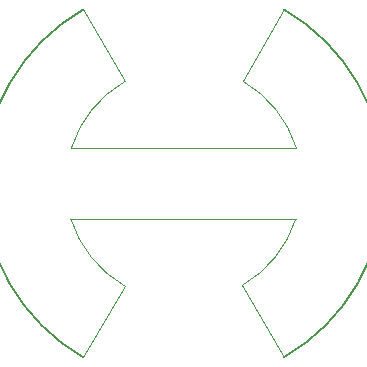
<source format=gbr>
%TF.GenerationSoftware,KiCad,Pcbnew,(7.0.0)*%
%TF.CreationDate,2023-11-14T12:37:07+01:00*%
%TF.ProjectId,Helios_PCB_receiver,48656c69-6f73-45f5-9043-425f72656365,rev?*%
%TF.SameCoordinates,Original*%
%TF.FileFunction,Profile,NP*%
%FSLAX46Y46*%
G04 Gerber Fmt 4.6, Leading zero omitted, Abs format (unit mm)*
G04 Created by KiCad (PCBNEW (7.0.0)) date 2023-11-14 12:37:07*
%MOMM*%
%LPD*%
G01*
G04 APERTURE LIST*
%TA.AperFunction,Profile*%
%ADD10C,0.100000*%
%TD*%
%TA.AperFunction,Profile*%
%ADD11C,0.150000*%
%TD*%
G04 APERTURE END LIST*
D10*
X160025772Y-91368253D02*
X156511923Y-85270692D01*
X155450535Y-103015620D02*
G75*
G03*
X160000000Y-108676765I9549465J3015620D01*
G01*
X160000000Y-108676765D02*
X156511923Y-114729308D01*
X169973684Y-108632060D02*
G75*
G03*
X174500000Y-103000000I-4973684J8632060D01*
G01*
D11*
X156511923Y-85270693D02*
G75*
G03*
X156511923Y-114729307I8486837J-14729307D01*
G01*
D10*
X174542510Y-96986576D02*
X155500000Y-97000000D01*
X169973684Y-108632060D02*
X173486840Y-114729308D01*
X160025772Y-91368253D02*
G75*
G03*
X155500000Y-97000000I4974228J-8631747D01*
G01*
X174542510Y-96986576D02*
G75*
G03*
X170007011Y-91335701I-9542510J-3013424D01*
G01*
X173486840Y-85270692D02*
X170007011Y-91335701D01*
X174500000Y-103000000D02*
X155450535Y-103015620D01*
D11*
X173486840Y-114729308D02*
G75*
G03*
X173486840Y-85270692I-8486840J14729308D01*
G01*
M02*

</source>
